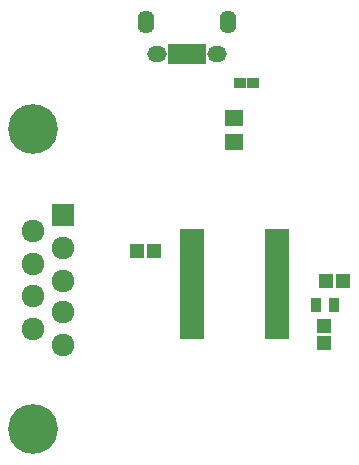
<source format=gts>
G04 #@! TF.FileFunction,Soldermask,Top*
%FSLAX46Y46*%
G04 Gerber Fmt 4.6, Leading zero omitted, Abs format (unit mm)*
G04 Created by KiCad (PCBNEW 4.0.2-stable) date Wed 04 May 2016 04:46:57 PM EDT*
%MOMM*%
G01*
G04 APERTURE LIST*
%ADD10C,0.100000*%
%ADD11R,1.000000X0.900000*%
%ADD12R,1.200000X1.150000*%
%ADD13R,1.150000X1.200000*%
%ADD14C,4.210000*%
%ADD15R,1.924000X1.924000*%
%ADD16C,1.924000*%
%ADD17R,1.650000X1.400000*%
%ADD18R,0.800000X1.750000*%
%ADD19O,1.650000X1.350000*%
%ADD20O,1.400000X1.950000*%
%ADD21R,2.150000X0.850000*%
%ADD22R,0.900000X1.300000*%
G04 APERTURE END LIST*
D10*
D11*
X161450000Y-78000000D03*
X162550000Y-78000000D03*
D12*
X154250000Y-92200000D03*
X152750000Y-92200000D03*
X170250000Y-94800000D03*
X168750000Y-94800000D03*
D13*
X168600000Y-98550000D03*
X168600000Y-100050000D03*
D14*
X144000000Y-81903000D03*
X144000000Y-107303000D03*
D15*
X146540000Y-89142000D03*
D16*
X146540000Y-91936000D03*
X146540000Y-94730000D03*
X146540000Y-97397000D03*
X146540000Y-100191000D03*
X144000000Y-98794000D03*
X144000000Y-96000000D03*
X144000000Y-93333000D03*
X144000000Y-90539000D03*
D17*
X161000000Y-81000000D03*
X161000000Y-83000000D03*
D18*
X158300900Y-75562540D03*
X157650900Y-75562540D03*
X157000900Y-75562540D03*
X156350900Y-75562540D03*
X155700900Y-75562540D03*
D19*
X159500900Y-75562540D03*
X154500900Y-75562540D03*
D20*
X160500900Y-72862540D03*
X153500900Y-72862540D03*
D21*
X157400000Y-90775000D03*
X157400000Y-91425000D03*
X157400000Y-92075000D03*
X157400000Y-92725000D03*
X157400000Y-93375000D03*
X157400000Y-94025000D03*
X157400000Y-94675000D03*
X157400000Y-95325000D03*
X157400000Y-95975000D03*
X157400000Y-96625000D03*
X157400000Y-97275000D03*
X157400000Y-97925000D03*
X157400000Y-98575000D03*
X157400000Y-99225000D03*
X164600000Y-99225000D03*
X164600000Y-98575000D03*
X164600000Y-97925000D03*
X164600000Y-97275000D03*
X164600000Y-96625000D03*
X164600000Y-95975000D03*
X164600000Y-95325000D03*
X164600000Y-94675000D03*
X164600000Y-94025000D03*
X164600000Y-93375000D03*
X164600000Y-92725000D03*
X164600000Y-92075000D03*
X164600000Y-91425000D03*
X164600000Y-90775000D03*
D22*
X167950000Y-96800000D03*
X169450000Y-96800000D03*
M02*

</source>
